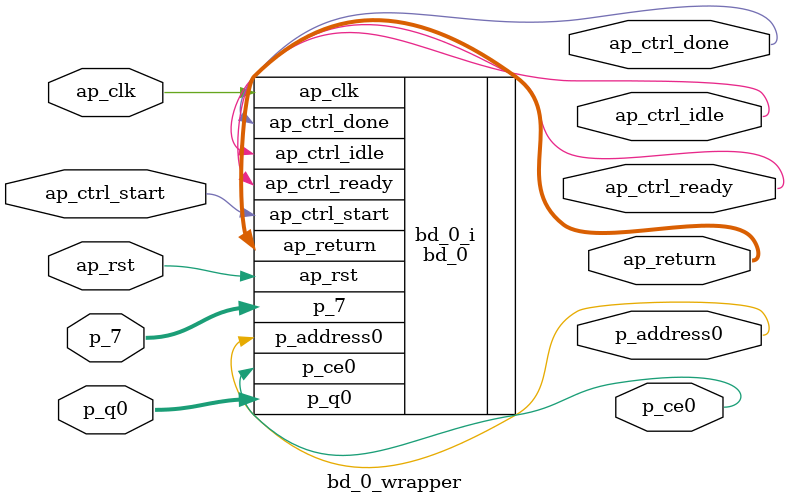
<source format=v>
`timescale 1 ps / 1 ps

module bd_0_wrapper
   (ap_clk,
    ap_ctrl_done,
    ap_ctrl_idle,
    ap_ctrl_ready,
    ap_ctrl_start,
    ap_return,
    ap_rst,
    p_7,
    p_address0,
    p_ce0,
    p_q0);
  input ap_clk;
  output ap_ctrl_done;
  output ap_ctrl_idle;
  output ap_ctrl_ready;
  input ap_ctrl_start;
  output [63:0]ap_return;
  input ap_rst;
  input [63:0]p_7;
  output [0:0]p_address0;
  output p_ce0;
  input [63:0]p_q0;

  wire ap_clk;
  wire ap_ctrl_done;
  wire ap_ctrl_idle;
  wire ap_ctrl_ready;
  wire ap_ctrl_start;
  wire [63:0]ap_return;
  wire ap_rst;
  wire [63:0]p_7;
  wire [0:0]p_address0;
  wire p_ce0;
  wire [63:0]p_q0;

  bd_0 bd_0_i
       (.ap_clk(ap_clk),
        .ap_ctrl_done(ap_ctrl_done),
        .ap_ctrl_idle(ap_ctrl_idle),
        .ap_ctrl_ready(ap_ctrl_ready),
        .ap_ctrl_start(ap_ctrl_start),
        .ap_return(ap_return),
        .ap_rst(ap_rst),
        .p_7(p_7),
        .p_address0(p_address0),
        .p_ce0(p_ce0),
        .p_q0(p_q0));
endmodule

</source>
